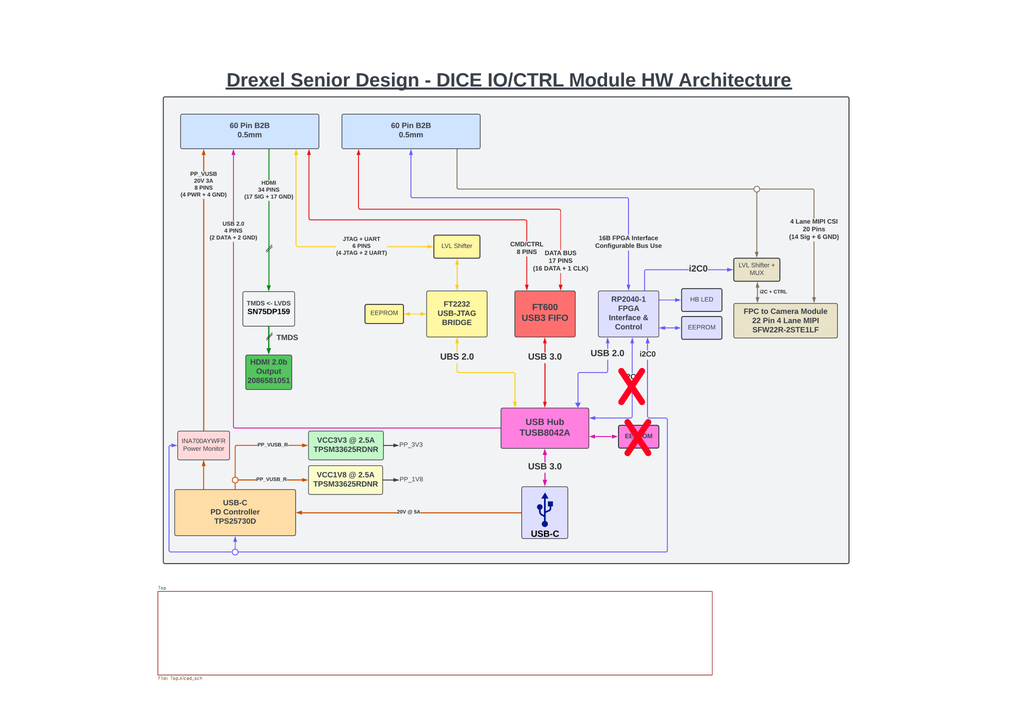
<source format=kicad_sch>
(kicad_sch (version 20231120) (generator "eeschema") (generator_version "8.0")
  (paper "A3")
  (title_block (title "Architecture") (date "2024-07-12") (rev "1.0") (company "Drexel University") (comment 1 "Designed by John Hofmeyr"))
  (lib_symbols)
  (image (at 207.645 129.54) (scale 0.744374))
  (text "X" (at 259.08 159.385 0) (effects (font (size 12.7 12.7) (thickness 2.54) (bold yes))))
  (text "X" (at 261.62 180.34 0) (effects (font (size 12.7 12.7) (thickness 2.54) (bold yes))))
  (sheet (at 64.77 242.57) (size 227.33 34.29) (stroke (width 0.1524))
    (property "Sheetname" "Top" (at 64.77 241.8584 0) (effects (justify left bottom)))
    (property "Sheetfile" "Top.kicad_sch" (at 64.77 277.4446 0) (effects (justify left top)))
  )
)
</source>
